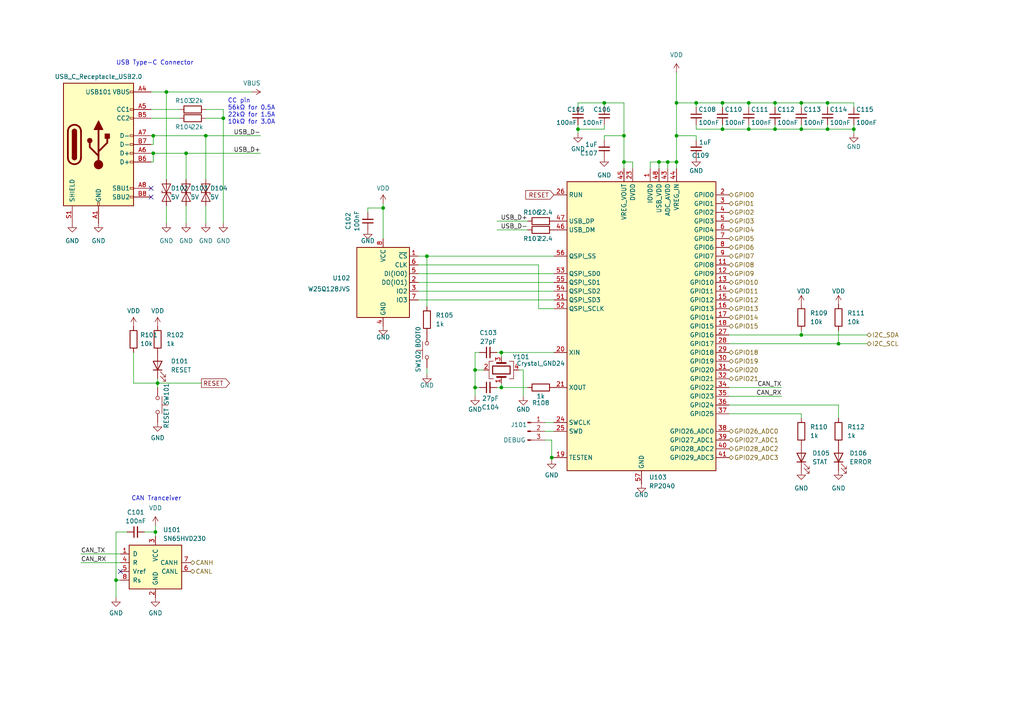
<source format=kicad_sch>
(kicad_sch (version 20231120) (generator "eeschema") (generator_version "8.0")
  (paper "A4")
  (lib_symbols
    (symbol "Connector:Conn_01x03_Pin" (pin_names (offset 1.016) hide)
      (property "Reference" "J" (at 0 5.08 0))
      (property "Value" "Conn_01x03_Pin" (at 0 -5.08 0))
      (symbol "Conn_01x03_Pin_1_1"
        (polyline (pts (xy 1.27 -2.54) (xy 0.8636 -2.54)) (stroke (width 0.1524)))
        (polyline (pts (xy 1.27 0) (xy 0.8636 0)) (stroke (width 0.1524)))
        (polyline (pts (xy 1.27 2.54) (xy 0.8636 2.54)) (stroke (width 0.1524)))
        (rectangle (start 0.8636 -2.413) (end 0 -2.667) (stroke (width 0.1524)) (fill (type outline)))
        (rectangle (start 0.8636 0.127) (end 0 -0.127) (stroke (width 0.1524)) (fill (type outline)))
        (rectangle (start 0.8636 2.667) (end 0 2.413) (stroke (width 0.1524)) (fill (type outline)))
        (pin passive line (at 5.08 2.54 180) (length 3.81) (name "Pin_1") (number "1"))
        (pin passive line (at 5.08 0 180) (length 3.81) (name "Pin_2") (number "2"))
        (pin passive line (at 5.08 -2.54 180) (length 3.81) (name "Pin_3") (number "3"))
      )
    )
    (symbol "Connector:USB_C_Receptacle_USB2.0" (pin_names (offset 1.016))
      (property "Reference" "J" (at -10.16 19.05 0))
      (property "Value" "USB_C_Receptacle_USB2.0" (at 19.05 19.05 0))
      (symbol "USB_C_Receptacle_USB2.0_0_0"
        (rectangle (start -0.254 -17.78) (end 0.254 -16.764))
        (rectangle (start 10.16 -14.986) (end 9.144 -15.494))
        (rectangle (start 10.16 -12.446) (end 9.144 -12.954))
        (rectangle (start 10.16 -4.826) (end 9.144 -5.334))
        (rectangle (start 10.16 -2.286) (end 9.144 -2.794))
        (rectangle (start 10.16 0.254) (end 9.144 -0.254))
        (rectangle (start 10.16 2.794) (end 9.144 2.286))
        (rectangle (start 10.16 7.874) (end 9.144 7.366))
        (rectangle (start 10.16 10.414) (end 9.144 9.906))
        (rectangle (start 10.16 15.494) (end 9.144 14.986))
      )
      (symbol "USB_C_Receptacle_USB2.0_0_1"
        (rectangle (start -10.16 17.78) (end 10.16 -17.78) (stroke (width 0.254)) (fill (type background)))
        (arc (start -8.89 -3.81) (mid -6.985 -5.7067) (end -5.08 -3.81) (stroke (width 0.508)))
        (arc (start -7.62 -3.81) (mid -6.985 -4.4423) (end -6.35 -3.81) (stroke (width 0.254)))
        (arc (start -7.62 -3.81) (mid -6.985 -4.4423) (end -6.35 -3.81) (stroke (width 0.254)) (fill (type outline)))
        (rectangle (start -7.62 -3.81) (end -6.35 3.81) (stroke (width 0.254)) (fill (type outline)))
        (arc (start -6.35 3.81) (mid -6.985 4.4423) (end -7.62 3.81) (stroke (width 0.254)))
        (arc (start -6.35 3.81) (mid -6.985 4.4423) (end -7.62 3.81) (stroke (width 0.254)) (fill (type outline)))
        (arc (start -5.08 3.81) (mid -6.985 5.7067) (end -8.89 3.81) (stroke (width 0.508)))
        (circle (center -2.54 1.143) (radius 0.635) (stroke (width 0.254)) (fill (type outline)))
        (circle (center 0 -5.842) (radius 1.27) (fill (type outline)))
        (polyline (pts (xy -8.89 -3.81) (xy -8.89 3.81)) (stroke (width 0.508)))
        (polyline (pts (xy -5.08 3.81) (xy -5.08 -3.81)) (stroke (width 0.508)))
        (polyline (pts (xy 0 -5.842) (xy 0 4.318)) (stroke (width 0.508)))
        (polyline (pts (xy 0 -3.302) (xy -2.54 -0.762) (xy -2.54 0.508)) (stroke (width 0.508)))
        (polyline (pts (xy 0 -2.032) (xy 2.54 0.508) (xy 2.54 1.778)) (stroke (width 0.508)))
        (polyline (pts (xy -1.27 4.318) (xy 0 6.858) (xy 1.27 4.318) (xy -1.27 4.318)) (stroke (width 0.254)) (fill (type outline)))
        (rectangle (start 1.905 1.778) (end 3.175 3.048) (stroke (width 0.254)) (fill (type outline)))
      )
      (symbol "USB_C_Receptacle_USB2.0_1_1"
        (pin passive line (at 0 -22.86 90) (length 5.08) (name "GND") (number "A1"))
        (pin passive line (at 0 -22.86 90) (length 5.08) hide (name "GND") (number "A12"))
        (pin passive line (at 15.24 15.24 180) (length 5.08) (name "VBUS") (number "A4"))
        (pin bidirectional line (at 15.24 10.16 180) (length 5.08) (name "CC1") (number "A5"))
        (pin bidirectional line (at 15.24 -2.54 180) (length 5.08) (name "D+") (number "A6"))
        (pin bidirectional line (at 15.24 2.54 180) (length 5.08) (name "D-") (number "A7"))
        (pin bidirectional line (at 15.24 -12.7 180) (length 5.08) (name "SBU1") (number "A8"))
        (pin passive line (at 15.24 15.24 180) (length 5.08) hide (name "VBUS") (number "A9"))
        (pin passive line (at 0 -22.86 90) (length 5.08) hide (name "GND") (number "B1"))
        (pin passive line (at 0 -22.86 90) (length 5.08) hide (name "GND") (number "B12"))
        (pin passive line (at 15.24 15.24 180) (length 5.08) hide (name "VBUS") (number "B4"))
        (pin bidirectional line (at 15.24 7.62 180) (length 5.08) (name "CC2") (number "B5"))
        (pin bidirectional line (at 15.24 -5.08 180) (length 5.08) (name "D+") (number "B6"))
        (pin bidirectional line (at 15.24 0 180) (length 5.08) (name "D-") (number "B7"))
        (pin bidirectional line (at 15.24 -15.24 180) (length 5.08) (name "SBU2") (number "B8"))
        (pin passive line (at 15.24 15.24 180) (length 5.08) hide (name "VBUS") (number "B9"))
        (pin passive line (at -7.62 -22.86 90) (length 5.08) (name "SHIELD") (number "S1"))
      )
    )
    (symbol "Device:C_Small" (pin_numbers hide) (pin_names (offset 0.254) hide)
      (property "Reference" "C" (at 0.254 1.778 0))
      (property "Value" "C_Small" (at 0.254 -2.032 0))
      (symbol "C_Small_0_1"
        (polyline (pts (xy -1.524 -0.508) (xy 1.524 -0.508)) (stroke (width 0.3302)))
        (polyline (pts (xy -1.524 0.508) (xy 1.524 0.508)) (stroke (width 0.3048)))
      )
      (symbol "C_Small_1_1"
        (pin passive line (at 0 2.54 270) (length 2.032) (name "~") (number "1"))
        (pin passive line (at 0 -2.54 90) (length 2.032) (name "~") (number "2"))
      )
    )
    (symbol "Device:Crystal_GND24" (pin_names (offset 1.016) hide)
      (property "Reference" "Y" (at 3.175 5.08 0))
      (property "Value" "Crystal_GND24" (at 3.175 3.175 0))
      (symbol "Crystal_GND24_0_1"
        (rectangle (start -1.143 2.54) (end 1.143 -2.54) (stroke (width 0.3048)))
        (polyline (pts (xy -2.54 0) (xy -2.032 0)))
        (polyline (pts (xy -2.032 -1.27) (xy -2.032 1.27)) (stroke (width 0.508)))
        (polyline (pts (xy 0 -3.81) (xy 0 -3.556)))
        (polyline (pts (xy 0 3.556) (xy 0 3.81)))
        (polyline (pts (xy 2.032 -1.27) (xy 2.032 1.27)) (stroke (width 0.508)))
        (polyline (pts (xy 2.032 0) (xy 2.54 0)))
        (polyline (pts (xy -2.54 -2.286) (xy -2.54 -3.556) (xy 2.54 -3.556) (xy 2.54 -2.286)))
        (polyline (pts (xy -2.54 2.286) (xy -2.54 3.556) (xy 2.54 3.556) (xy 2.54 2.286)))
      )
      (symbol "Crystal_GND24_1_1"
        (pin passive line (at -3.81 0 0) (length 1.27) (name "1") (number "1"))
        (pin passive line (at 0 5.08 270) (length 1.27) (name "2") (number "2"))
        (pin passive line (at 3.81 0 180) (length 1.27) (name "3") (number "3"))
        (pin passive line (at 0 -5.08 90) (length 1.27) (name "4") (number "4"))
      )
    )
    (symbol "Device:LED" (pin_numbers hide) (pin_names (offset 1.016) hide)
      (property "Reference" "D" (at 0 2.54 0))
      (property "Value" "LED" (at 0 -2.54 0))
      (symbol "LED_0_1"
        (polyline (pts (xy -1.27 -1.27) (xy -1.27 1.27)) (stroke (width 0.254)))
        (polyline (pts (xy -1.27 0) (xy 1.27 0)))
        (polyline (pts (xy 1.27 -1.27) (xy 1.27 1.27) (xy -1.27 0) (xy 1.27 -1.27)) (stroke (width 0.254)))
        (polyline (pts (xy -3.048 -0.762) (xy -4.572 -2.286) (xy -3.81 -2.286) (xy -4.572 -2.286) (xy -4.572 -1.524)))
        (polyline (pts (xy -1.778 -0.762) (xy -3.302 -2.286) (xy -2.54 -2.286) (xy -3.302 -2.286) (xy -3.302 -1.524)))
      )
      (symbol "LED_1_1"
        (pin passive line (at -3.81 0 0) (length 2.54) (name "K") (number "1"))
        (pin passive line (at 3.81 0 180) (length 2.54) (name "A") (number "2"))
      )
    )
    (symbol "Device:R" (pin_numbers hide) (pin_names (offset 0))
      (property "Reference" "R" (at 2.032 0 90))
      (property "Value" "R" (at 0 0 90))
      (symbol "R_0_1"
        (rectangle (start -1.016 -2.54) (end 1.016 2.54) (stroke (width 0.254)))
      )
      (symbol "R_1_1"
        (pin passive line (at 0 3.81 270) (length 1.27) (name "~") (number "1"))
        (pin passive line (at 0 -3.81 90) (length 1.27) (name "~") (number "2"))
      )
    )
    (symbol "Diode:ESD9B5.0ST5G" (pin_numbers hide) (pin_names (offset 1.016) hide)
      (property "Reference" "D" (at 0 2.54 0))
      (property "Value" "ESD9B5.0ST5G" (at 0 -2.54 0))
      (symbol "ESD9B5.0ST5G_0_1"
        (polyline (pts (xy 1.27 0) (xy -1.27 0)))
        (polyline (pts (xy -2.54 -1.27) (xy 0 0) (xy -2.54 1.27) (xy -2.54 -1.27)) (stroke (width 0.2032)))
        (polyline (pts (xy 0.508 1.27) (xy 0 1.27) (xy 0 -1.27) (xy -0.508 -1.27)) (stroke (width 0.2032)))
        (polyline (pts (xy 2.54 1.27) (xy 2.54 -1.27) (xy 0 0) (xy 2.54 1.27)) (stroke (width 0.2032)))
      )
      (symbol "ESD9B5.0ST5G_1_1"
        (pin passive line (at -3.81 0 0) (length 2.54) (name "A1") (number "1"))
        (pin passive line (at 3.81 0 180) (length 2.54) (name "A2") (number "2"))
      )
    )
    (symbol "Interface_CAN_LIN:SN65HVD230" (pin_names (offset 1.016))
      (property "Reference" "U" (at -2.54 10.16 0))
      (property "Value" "SN65HVD230" (at -2.54 7.62 0))
      (symbol "SN65HVD230_0_1"
        (rectangle (start -7.62 5.08) (end 7.62 -7.62) (stroke (width 0.254)) (fill (type background)))
      )
      (symbol "SN65HVD230_1_1"
        (pin input line (at -10.16 2.54 0) (length 2.54) (name "D") (number "1"))
        (pin power_in line (at 0 -10.16 90) (length 2.54) (name "GND") (number "2"))
        (pin power_in line (at 0 7.62 270) (length 2.54) (name "VCC") (number "3"))
        (pin output line (at -10.16 0 0) (length 2.54) (name "R") (number "4"))
        (pin output line (at -10.16 -2.54 0) (length 2.54) (name "Vref") (number "5"))
        (pin bidirectional line (at 10.16 -2.54 180) (length 2.54) (name "CANL") (number "6"))
        (pin bidirectional line (at 10.16 0 180) (length 2.54) (name "CANH") (number "7"))
        (pin input line (at -10.16 -5.08 0) (length 2.54) (name "Rs") (number "8"))
      )
    )
    (symbol "MCU_RaspberryPi:RP2040"
      (property "Reference" "U" (at 17.78 45.72 0))
      (property "Value" "RP2040" (at 17.78 43.18 0))
      (symbol "RP2040_0_1"
        (rectangle (start -21.59 41.91) (end 21.59 -41.91) (stroke (width 0.254)) (fill (type background)))
      )
      (symbol "RP2040_1_1"
        (pin power_in line (at 2.54 45.72 270) (length 3.81) (name "IOVDD") (number "1"))
        (pin passive line (at 2.54 45.72 270) (length 3.81) hide (name "IOVDD") (number "10"))
        (pin bidirectional line (at 25.4 17.78 180) (length 3.81) (name "GPIO8") (number "11"))
        (pin bidirectional line (at 25.4 15.24 180) (length 3.81) (name "GPIO9") (number "12"))
        (pin bidirectional line (at 25.4 12.7 180) (length 3.81) (name "GPIO10") (number "13"))
        (pin bidirectional line (at 25.4 10.16 180) (length 3.81) (name "GPIO11") (number "14"))
        (pin bidirectional line (at 25.4 7.62 180) (length 3.81) (name "GPIO12") (number "15"))
        (pin bidirectional line (at 25.4 5.08 180) (length 3.81) (name "GPIO13") (number "16"))
        (pin bidirectional line (at 25.4 2.54 180) (length 3.81) (name "GPIO14") (number "17"))
        (pin bidirectional line (at 25.4 0 180) (length 3.81) (name "GPIO15") (number "18"))
        (pin input line (at -25.4 -38.1 0) (length 3.81) (name "TESTEN") (number "19"))
        (pin bidirectional line (at 25.4 38.1 180) (length 3.81) (name "GPIO0") (number "2"))
        (pin input line (at -25.4 -7.62 0) (length 3.81) (name "XIN") (number "20"))
        (pin passive line (at -25.4 -17.78 0) (length 3.81) (name "XOUT") (number "21"))
        (pin passive line (at 2.54 45.72 270) (length 3.81) hide (name "IOVDD") (number "22"))
        (pin power_in line (at -2.54 45.72 270) (length 3.81) (name "DVDD") (number "23"))
        (pin input line (at -25.4 -27.94 0) (length 3.81) (name "SWCLK") (number "24"))
        (pin bidirectional line (at -25.4 -30.48 0) (length 3.81) (name "SWD") (number "25"))
        (pin input line (at -25.4 38.1 0) (length 3.81) (name "RUN") (number "26"))
        (pin bidirectional line (at 25.4 -2.54 180) (length 3.81) (name "GPIO16") (number "27"))
        (pin bidirectional line (at 25.4 -5.08 180) (length 3.81) (name "GPIO17") (number "28"))
        (pin bidirectional line (at 25.4 -7.62 180) (length 3.81) (name "GPIO18") (number "29"))
        (pin bidirectional line (at 25.4 35.56 180) (length 3.81) (name "GPIO1") (number "3"))
        (pin bidirectional line (at 25.4 -10.16 180) (length 3.81) (name "GPIO19") (number "30"))
        (pin bidirectional line (at 25.4 -12.7 180) (length 3.81) (name "GPIO20") (number "31"))
        (pin bidirectional line (at 25.4 -15.24 180) (length 3.81) (name "GPIO21") (number "32"))
        (pin passive line (at 2.54 45.72 270) (length 3.81) hide (name "IOVDD") (number "33"))
        (pin bidirectional line (at 25.4 -17.78 180) (length 3.81) (name "GPIO22") (number "34"))
        (pin bidirectional line (at 25.4 -20.32 180) (length 3.81) (name "GPIO23") (number "35"))
        (pin bidirectional line (at 25.4 -22.86 180) (length 3.81) (name "GPIO24") (number "36"))
        (pin bidirectional line (at 25.4 -25.4 180) (length 3.81) (name "GPIO25") (number "37"))
        (pin bidirectional line (at 25.4 -30.48 180) (length 3.81) (name "GPIO26_ADC0") (number "38"))
        (pin bidirectional line (at 25.4 -33.02 180) (length 3.81) (name "GPIO27_ADC1") (number "39"))
        (pin bidirectional line (at 25.4 33.02 180) (length 3.81) (name "GPIO2") (number "4"))
        (pin bidirectional line (at 25.4 -35.56 180) (length 3.81) (name "GPIO28_ADC2") (number "40"))
        (pin bidirectional line (at 25.4 -38.1 180) (length 3.81) (name "GPIO29_ADC3") (number "41"))
        (pin passive line (at 2.54 45.72 270) (length 3.81) hide (name "IOVDD") (number "42"))
        (pin power_in line (at 7.62 45.72 270) (length 3.81) (name "ADC_AVDD") (number "43"))
        (pin power_in line (at 10.16 45.72 270) (length 3.81) (name "VREG_IN") (number "44"))
        (pin power_out line (at -5.08 45.72 270) (length 3.81) (name "VREG_VOUT") (number "45"))
        (pin bidirectional line (at -25.4 27.94 0) (length 3.81) (name "USB_DM") (number "46"))
        (pin bidirectional line (at -25.4 30.48 0) (length 3.81) (name "USB_DP") (number "47"))
        (pin power_in line (at 5.08 45.72 270) (length 3.81) (name "USB_VDD") (number "48"))
        (pin passive line (at 2.54 45.72 270) (length 3.81) hide (name "IOVDD") (number "49"))
        (pin bidirectional line (at 25.4 30.48 180) (length 3.81) (name "GPIO3") (number "5"))
        (pin passive line (at -2.54 45.72 270) (length 3.81) hide (name "DVDD") (number "50"))
        (pin bidirectional line (at -25.4 7.62 0) (length 3.81) (name "QSPI_SD3") (number "51"))
        (pin output line (at -25.4 5.08 0) (length 3.81) (name "QSPI_SCLK") (number "52"))
        (pin bidirectional line (at -25.4 15.24 0) (length 3.81) (name "QSPI_SD0") (number "53"))
        (pin bidirectional line (at -25.4 10.16 0) (length 3.81) (name "QSPI_SD2") (number "54"))
        (pin bidirectional line (at -25.4 12.7 0) (length 3.81) (name "QSPI_SD1") (number "55"))
        (pin bidirectional line (at -25.4 20.32 0) (length 3.81) (name "QSPI_SS") (number "56"))
        (pin power_in line (at 0 -45.72 90) (length 3.81) (name "GND") (number "57"))
        (pin bidirectional line (at 25.4 27.94 180) (length 3.81) (name "GPIO4") (number "6"))
        (pin bidirectional line (at 25.4 25.4 180) (length 3.81) (name "GPIO5") (number "7"))
        (pin bidirectional line (at 25.4 22.86 180) (length 3.81) (name "GPIO6") (number "8"))
        (pin bidirectional line (at 25.4 20.32 180) (length 3.81) (name "GPIO7") (number "9"))
      )
    )
    (symbol "Memory_Flash:W25Q128JVS"
      (property "Reference" "U" (at -8.89 8.89 0))
      (property "Value" "W25Q128JVS" (at 7.62 8.89 0))
      (symbol "W25Q128JVS_0_1"
        (rectangle (start -7.62 10.16) (end 7.62 -10.16) (stroke (width 0.254)) (fill (type background)))
      )
      (symbol "W25Q128JVS_1_1"
        (pin input line (at -10.16 7.62 0) (length 2.54) (name "~{CS}") (number "1"))
        (pin bidirectional line (at -10.16 0 0) (length 2.54) (name "DO(IO1)") (number "2"))
        (pin bidirectional line (at -10.16 -2.54 0) (length 2.54) (name "IO2") (number "3"))
        (pin power_in line (at 0 -12.7 90) (length 2.54) (name "GND") (number "4"))
        (pin bidirectional line (at -10.16 2.54 0) (length 2.54) (name "DI(IO0)") (number "5"))
        (pin input line (at -10.16 5.08 0) (length 2.54) (name "CLK") (number "6"))
        (pin bidirectional line (at -10.16 -5.08 0) (length 2.54) (name "IO3") (number "7"))
        (pin power_in line (at 0 12.7 270) (length 2.54) (name "VCC") (number "8"))
      )
    )
    (symbol "Switch:SW_Push" (pin_numbers hide) (pin_names (offset 1.016) hide)
      (property "Reference" "SW" (at 1.27 2.54 0))
      (property "Value" "SW_Push" (at 0 -1.524 0))
      (symbol "SW_Push_0_1"
        (circle (center -2.032 0) (radius 0.508))
        (polyline (pts (xy 0 1.27) (xy 0 3.048)))
        (polyline (pts (xy 2.54 1.27) (xy -2.54 1.27)))
        (circle (center 2.032 0) (radius 0.508))
        (pin passive line (at -5.08 0 0) (length 2.54) (name "1") (number "1"))
        (pin passive line (at 5.08 0 180) (length 2.54) (name "2") (number "2"))
      )
    )
    (symbol "power:GND" (power) (pin_names (offset 0))
      (property "Value" "GND" (at 0 -3.81 0))
      (symbol "GND_0_1"
        (polyline (pts (xy 0 0) (xy 0 -1.27) (xy 1.27 -1.27) (xy 0 -2.54) (xy -1.27 -1.27) (xy 0 -1.27)))
      )
      (symbol "GND_1_1"
        (pin power_in line (at 0 0 270) (length 0) hide (name "GND") (number "1"))
      )
    )
    (symbol "power:VBUS" (power) (pin_names (offset 0))
      (property "Value" "VBUS" (at 0 3.81 0))
      (symbol "VBUS_0_1"
        (polyline (pts (xy -0.762 1.27) (xy 0 2.54)))
        (polyline (pts (xy 0 0) (xy 0 2.54)))
        (polyline (pts (xy 0 2.54) (xy 0.762 1.27)))
      )
      (symbol "VBUS_1_1"
        (pin power_in line (at 0 0 90) (length 0) hide (name "VBUS") (number "1"))
      )
    )
    (symbol "power:VDD" (power) (pin_names (offset 0))
      (property "Value" "VDD" (at 0 3.81 0))
      (symbol "VDD_0_1"
        (polyline (pts (xy -0.762 1.27) (xy 0 2.54)))
        (polyline (pts (xy 0 0) (xy 0 2.54)))
        (polyline (pts (xy 0 2.54) (xy 0.762 1.27)))
      )
      (symbol "VDD_1_1"
        (pin power_in line (at 0 0 90) (length 0) hide (name "VDD") (number "1"))
      )
    )
  )
  (junction (at 160.02 132.715))
  (junction (at 240.03 29.845))
  (junction (at 224.79 29.845))
  (junction (at 240.03 37.465))
  (junction (at 167.64 37.465))
  (junction (at 247.65 37.465))
  (junction (at 191.135 46.99))
  (junction (at 111.125 60.325))
  (junction (at 137.795 107.315))
  (junction (at 196.215 29.845))
  (junction (at 145.415 112.395))
  (junction (at 45.085 154.305))
  (junction (at 45.72 111.125))
  (junction (at 59.69 39.37))
  (junction (at 232.41 29.845))
  (junction (at 196.215 46.99))
  (junction (at 243.205 99.695))
  (junction (at 44.45 44.45))
  (junction (at 201.93 29.845))
  (junction (at 145.415 102.235))
  (junction (at 180.975 46.99))
  (junction (at 193.675 46.99))
  (junction (at 53.975 44.45))
  (junction (at 224.79 37.465))
  (junction (at 209.55 29.845))
  (junction (at 175.26 29.845))
  (junction (at 232.41 37.465))
  (junction (at 196.215 39.37))
  (junction (at 180.975 39.37))
  (junction (at 209.55 37.465))
  (junction (at 44.45 39.37))
  (junction (at 217.17 29.845))
  (junction (at 48.26 26.67))
  (junction (at 123.825 74.295))
  (junction (at 64.77 34.29))
  (junction (at 232.41 97.155))
  (junction (at 33.655 168.275))
  (junction (at 217.17 37.465))
  (junction (at 137.795 112.395))
  (no_connect (at 34.925 165.735))
  (no_connect (at 43.815 57.15))
  (no_connect (at 43.815 54.61))
  (wire (pts (xy 196.215 29.845) (xy 201.93 29.845)))
  (wire (pts (xy 44.45 39.37) (xy 59.69 39.37)))
  (wire (pts (xy 191.135 46.99) (xy 191.135 48.895)))
  (wire (pts (xy 232.41 29.845) (xy 240.03 29.845)))
  (wire (pts (xy 23.495 163.195) (xy 34.925 163.195)))
  (wire (pts (xy 53.975 64.77) (xy 53.975 59.69)))
  (wire (pts (xy 106.68 61.595) (xy 106.68 60.325)))
  (wire (pts (xy 43.815 39.37) (xy 44.45 39.37)))
  (wire (pts (xy 240.03 29.845) (xy 247.65 29.845)))
  (wire (pts (xy 23.495 160.655) (xy 34.925 160.655)))
  (wire (pts (xy 232.41 37.465) (xy 224.79 37.465)))
  (wire (pts (xy 45.72 112.395) (xy 45.72 111.125)))
  (wire (pts (xy 158.115 125.095) (xy 160.655 125.095)))
  (wire (pts (xy 33.655 168.275) (xy 34.925 168.275)))
  (wire (pts (xy 144.145 102.235) (xy 145.415 102.235)))
  (wire (pts (xy 53.975 44.45) (xy 53.975 52.07)))
  (wire (pts (xy 167.64 29.845) (xy 175.26 29.845)))
  (wire (pts (xy 121.285 79.375) (xy 160.655 79.375)))
  (wire (pts (xy 43.815 46.99) (xy 44.45 46.99)))
  (wire (pts (xy 145.415 102.235) (xy 160.655 102.235)))
  (wire (pts (xy 59.69 64.77) (xy 59.69 59.69)))
  (wire (pts (xy 232.41 97.155) (xy 211.455 97.155)))
  (wire (pts (xy 139.065 102.235) (xy 137.795 102.235)))
  (wire (pts (xy 121.285 84.455) (xy 160.655 84.455)))
  (wire (pts (xy 211.455 117.475) (xy 243.205 117.475)))
  (wire (pts (xy 41.91 154.305) (xy 45.085 154.305)))
  (wire (pts (xy 193.675 46.99) (xy 193.675 48.895)))
  (wire (pts (xy 191.135 46.99) (xy 193.675 46.99)))
  (wire (pts (xy 48.26 26.67) (xy 43.815 26.67)))
  (wire (pts (xy 247.65 37.465) (xy 247.65 38.735)))
  (wire (pts (xy 44.45 41.91) (xy 44.45 39.37)))
  (wire (pts (xy 193.675 46.99) (xy 196.215 46.99)))
  (wire (pts (xy 59.69 31.75) (xy 64.77 31.75)))
  (wire (pts (xy 183.515 46.99) (xy 180.975 46.99)))
  (wire (pts (xy 217.17 29.845) (xy 217.17 31.115)))
  (wire (pts (xy 175.26 40.64) (xy 175.26 39.37)))
  (wire (pts (xy 196.215 39.37) (xy 201.93 39.37)))
  (wire (pts (xy 175.26 29.845) (xy 175.26 31.115)))
  (wire (pts (xy 75.565 44.45) (xy 53.975 44.45)))
  (wire (pts (xy 153.035 64.135) (xy 144.145 64.135)))
  (wire (pts (xy 196.215 29.845) (xy 196.215 39.37)))
  (wire (pts (xy 217.17 37.465) (xy 217.17 36.195)))
  (wire (pts (xy 188.595 48.895) (xy 188.595 46.99)))
  (wire (pts (xy 167.64 36.195) (xy 167.64 37.465)))
  (wire (pts (xy 44.45 46.99) (xy 44.45 44.45)))
  (wire (pts (xy 201.93 39.37) (xy 201.93 40.64)))
  (wire (pts (xy 52.07 31.75) (xy 43.815 31.75)))
  (wire (pts (xy 43.815 41.91) (xy 44.45 41.91)))
  (wire (pts (xy 137.795 112.395) (xy 139.065 112.395)))
  (wire (pts (xy 151.765 107.315) (xy 151.765 114.935)))
  (wire (pts (xy 64.77 31.75) (xy 64.77 34.29)))
  (wire (pts (xy 160.02 133.35) (xy 160.02 132.715)))
  (wire (pts (xy 33.655 168.275) (xy 33.655 154.305)))
  (wire (pts (xy 217.17 37.465) (xy 209.55 37.465)))
  (wire (pts (xy 73.025 26.67) (xy 48.26 26.67)))
  (wire (pts (xy 121.285 74.295) (xy 123.825 74.295)))
  (wire (pts (xy 150.495 107.315) (xy 151.765 107.315)))
  (wire (pts (xy 167.64 37.465) (xy 167.64 38.735)))
  (wire (pts (xy 247.65 29.845) (xy 247.65 31.115)))
  (wire (pts (xy 209.55 37.465) (xy 201.93 37.465)))
  (wire (pts (xy 144.145 112.395) (xy 145.415 112.395)))
  (wire (pts (xy 180.975 39.37) (xy 180.975 46.99)))
  (wire (pts (xy 111.125 59.055) (xy 111.125 60.325)))
  (wire (pts (xy 211.455 120.015) (xy 232.41 120.015)))
  (wire (pts (xy 38.735 111.125) (xy 45.72 111.125)))
  (wire (pts (xy 45.085 154.305) (xy 45.085 155.575)))
  (wire (pts (xy 232.41 95.885) (xy 232.41 97.155)))
  (wire (pts (xy 196.215 46.99) (xy 196.215 48.895)))
  (wire (pts (xy 123.825 74.295) (xy 160.655 74.295)))
  (wire (pts (xy 211.455 112.395) (xy 226.695 112.395)))
  (wire (pts (xy 123.825 74.295) (xy 123.825 88.9)))
  (wire (pts (xy 196.215 46.99) (xy 196.215 39.37)))
  (wire (pts (xy 167.64 31.115) (xy 167.64 29.845)))
  (wire (pts (xy 137.795 112.395) (xy 137.795 114.935)))
  (wire (pts (xy 123.825 108.585) (xy 123.825 106.68)))
  (wire (pts (xy 38.735 102.235) (xy 38.735 111.125)))
  (wire (pts (xy 58.42 111.125) (xy 45.72 111.125)))
  (wire (pts (xy 59.69 34.29) (xy 64.77 34.29)))
  (wire (pts (xy 247.65 37.465) (xy 240.03 37.465)))
  (wire (pts (xy 217.17 29.845) (xy 224.79 29.845)))
  (wire (pts (xy 45.085 152.4) (xy 45.085 154.305)))
  (wire (pts (xy 153.035 112.395) (xy 145.415 112.395)))
  (wire (pts (xy 240.03 37.465) (xy 240.03 36.195)))
  (wire (pts (xy 137.795 107.315) (xy 140.335 107.315)))
  (wire (pts (xy 226.695 114.935) (xy 211.455 114.935)))
  (wire (pts (xy 106.68 60.325) (xy 111.125 60.325)))
  (wire (pts (xy 153.035 66.675) (xy 144.145 66.675)))
  (wire (pts (xy 45.72 109.855) (xy 45.72 111.125)))
  (wire (pts (xy 232.41 121.285) (xy 232.41 120.015)))
  (wire (pts (xy 145.415 111.125) (xy 145.415 112.395)))
  (wire (pts (xy 180.975 29.845) (xy 180.975 39.37)))
  (wire (pts (xy 167.64 37.465) (xy 175.26 37.465)))
  (wire (pts (xy 251.46 99.695) (xy 243.205 99.695)))
  (wire (pts (xy 209.55 37.465) (xy 209.55 36.195)))
  (wire (pts (xy 175.26 29.845) (xy 180.975 29.845)))
  (wire (pts (xy 224.79 29.845) (xy 224.79 31.115)))
  (wire (pts (xy 158.115 122.555) (xy 160.655 122.555)))
  (wire (pts (xy 59.69 39.37) (xy 75.565 39.37)))
  (wire (pts (xy 209.55 29.845) (xy 217.17 29.845)))
  (wire (pts (xy 196.2 29.845) (xy 196.215 29.845)))
  (wire (pts (xy 175.26 37.465) (xy 175.26 36.195)))
  (wire (pts (xy 156.21 89.535) (xy 156.21 76.835)))
  (wire (pts (xy 48.26 64.77) (xy 48.26 59.69)))
  (wire (pts (xy 232.41 29.845) (xy 232.41 31.115)))
  (wire (pts (xy 59.69 39.37) (xy 59.69 52.07)))
  (wire (pts (xy 145.415 103.505) (xy 145.415 102.235)))
  (wire (pts (xy 180.975 46.99) (xy 180.975 48.895)))
  (wire (pts (xy 175.26 39.37) (xy 180.975 39.37)))
  (wire (pts (xy 121.285 86.995) (xy 160.655 86.995)))
  (wire (pts (xy 53.975 44.45) (xy 44.45 44.45)))
  (wire (pts (xy 209.55 29.845) (xy 209.55 31.115)))
  (wire (pts (xy 156.21 76.835) (xy 121.285 76.835)))
  (wire (pts (xy 247.65 36.195) (xy 247.65 37.465)))
  (wire (pts (xy 183.515 48.895) (xy 183.515 46.99)))
  (wire (pts (xy 137.795 102.235) (xy 137.795 107.315)))
  (wire (pts (xy 160.02 132.715) (xy 160.655 132.715)))
  (wire (pts (xy 251.46 97.155) (xy 232.41 97.155)))
  (wire (pts (xy 33.655 173.355) (xy 33.655 168.275)))
  (wire (pts (xy 240.03 29.845) (xy 240.03 31.115)))
  (wire (pts (xy 158.115 127.635) (xy 160.02 127.635)))
  (wire (pts (xy 111.125 60.325) (xy 111.125 69.215)))
  (wire (pts (xy 224.79 29.845) (xy 232.41 29.845)))
  (wire (pts (xy 243.205 95.885) (xy 243.205 99.695)))
  (wire (pts (xy 64.77 34.29) (xy 64.77 64.77)))
  (wire (pts (xy 160.655 89.535) (xy 156.21 89.535)))
  (wire (pts (xy 121.285 81.915) (xy 160.655 81.915)))
  (wire (pts (xy 201.93 29.845) (xy 209.55 29.845)))
  (wire (pts (xy 33.655 154.305) (xy 36.83 154.305)))
  (wire (pts (xy 196.2 21) (xy 196.2 29.845)))
  (wire (pts (xy 224.79 37.465) (xy 224.79 36.195)))
  (wire (pts (xy 137.795 107.315) (xy 137.795 112.395)))
  (wire (pts (xy 201.93 37.465) (xy 201.93 36.195)))
  (wire (pts (xy 48.26 26.67) (xy 48.26 52.07)))
  (wire (pts (xy 211.455 99.695) (xy 243.205 99.695)))
  (wire (pts (xy 160.02 127.635) (xy 160.02 132.715)))
  (wire (pts (xy 240.03 37.465) (xy 232.41 37.465)))
  (wire (pts (xy 232.41 37.465) (xy 232.41 36.195)))
  (wire (pts (xy 44.45 44.45) (xy 43.815 44.45)))
  (wire (pts (xy 188.595 46.99) (xy 191.135 46.99)))
  (wire (pts (xy 52.07 34.29) (xy 43.815 34.29)))
  (wire (pts (xy 224.79 37.465) (xy 217.17 37.465)))
  (wire (pts (xy 201.93 29.845) (xy 201.93 31.115)))
  (wire (pts (xy 243.205 117.475) (xy 243.205 121.285)))
  (text "CAN Tranceiver" (at 38.1 145.415 0) (effects (font (size 1.27 1.27)) (justify left bottom)))
  (text "USB Type-C Connector" (at 33.655 19.05 0) (effects (font (size 1.27 1.27)) (justify left bottom)))
  (text "CC pin\n56kΩ for 0.5A\n22kΩ for 1.5A\n10kΩ for 3.0A" (at 66.04 36.195 0) (effects (font (size 1.27 1.27)) (justify left bottom)))
  (label "USB_D-" (at 153.035 66.675 180))
  (label "CAN_RX" (at 226.695 114.935 180))
  (label "CAN_TX" (at 226.695 112.395 180))
  (label "CAN_RX" (at 23.495 163.195 0))
  (label "USB_D+" (at 153.035 64.135 180))
  (label "USB_D+" (at 75.565 44.45 180))
  (label "CAN_TX" (at 23.495 160.655 0))
  (label "USB_D-" (at 75.565 39.37 180))
  (global_label "RESET" (shape input) (at 160.655 56.515 180) (property "Intersheetrefs" "${INTERSHEET_REFS}" (effects (hide yes))))
  (global_label "RESET" (shape output) (at 58.42 111.125 0) (property "Intersheetrefs" "${INTERSHEET_REFS}" (effects (hide yes))))
  (hierarchical_label "GPIO1" (shape bidirectional) (at 211.455 59.055 0))
  (hierarchical_label "GPIO12" (shape bidirectional) (at 211.455 86.995 0))
  (hierarchical_label "GPIO20" (shape bidirectional) (at 211.455 107.315 0))
  (hierarchical_label "GPIO4" (shape bidirectional) (at 211.455 66.675 0))
  (hierarchical_label "GPIO28_ADC2" (shape bidirectional) (at 211.455 130.175 0))
  (hierarchical_label "GPIO14" (shape bidirectional) (at 211.455 92.075 0))
  (hierarchical_label "GPIO21" (shape bidirectional) (at 211.455 109.855 0))
  (hierarchical_label "GPIO0" (shape bidirectional) (at 211.455 56.515 0))
  (hierarchical_label "GPIO3" (shape bidirectional) (at 211.455 64.135 0))
  (hierarchical_label "GPIO11" (shape bidirectional) (at 211.455 84.455 0))
  (hierarchical_label "GPIO2" (shape bidirectional) (at 211.455 61.595 0))
  (hierarchical_label "GPIO27_ADC1" (shape bidirectional) (at 211.455 127.635 0))
  (hierarchical_label "CANL" (shape bidirectional) (at 55.245 165.735 0))
  (hierarchical_label "GPIO19" (shape bidirectional) (at 211.455 104.775 0))
  (hierarchical_label "CANH" (shape bidirectional) (at 55.245 163.195 0))
  (hierarchical_label "GPIO7" (shape bidirectional) (at 211.455 74.295 0))
  (hierarchical_label "GPIO8" (shape bidirectional) (at 211.455 76.835 0))
  (hierarchical_label "GPIO10" (shape bidirectional) (at 211.455 81.915 0))
  (hierarchical_label "GPIO29_ADC3" (shape bidirectional) (at 211.455 132.715 0))
  (hierarchical_label "GPIO5" (shape bidirectional) (at 211.455 69.215 0))
  (hierarchical_label "GPIO15" (shape bidirectional) (at 211.455 94.615 0))
  (hierarchical_label "I2C_SDA" (shape bidirectional) (at 251.46 97.155 0))
  (hierarchical_label "GPIO9" (shape bidirectional) (at 211.455 79.375 0))
  (hierarchical_label "GPIO6" (shape bidirectional) (at 211.455 71.755 0))
  (hierarchical_label "GPIO18" (shape bidirectional) (at 211.455 102.235 0))
  (hierarchical_label "GPIO13" (shape bidirectional) (at 211.455 89.535 0))
  (hierarchical_label "GPIO26_ADC0" (shape bidirectional) (at 211.455 125.095 0))
  (hierarchical_label "I2C_SCL" (shape bidirectional) (at 251.46 99.695 0))
  (symbol (lib_id "power:GND") (at 175.26 45.72 0) (unit 1)
    (property "Reference" "#PWR0122" (effects (hide yes)))
    (property "Value" "GND" (at 175.26 50.8 0))
  )
  (symbol (lib_id "Device:R") (at 156.845 66.675 90) (unit 1)
    (property "Reference" "R107" (at 154.305 69.215 90))
    (property "Value" "22.4" (at 158.115 69.215 90))
    (property "Footprint" "Resistor_SMD:R_0402_1005Metric" (effects (hide yes)))
    (property "LCSC" " C25092" (effects (hide yes)))
  )
  (symbol (lib_id "power:GND") (at 53.975 64.77 0) (unit 1)
    (property "Reference" "#PWR0110" (effects (hide yes)))
    (property "Value" "GND" (at 53.975 69.85 0))
  )
  (symbol (lib_id "Device:R") (at 55.88 34.29 90) (unit 1)
    (property "Reference" "R104" (at 53.34 36.83 90))
    (property "Value" "22k" (at 57.15 36.83 90))
    (property "Footprint" "Resistor_SMD:R_0402_1005Metric" (effects (hide yes)))
    (property "LCSC" " C25768" (effects (hide yes)))
  )
  (symbol (lib_id "power:GND") (at 160.02 133.35 0) (unit 1)
    (property "Reference" "#PWR0120" (effects (hide yes)))
    (property "Value" "GND" (at 160.02 137.795 0))
  )
  (symbol (lib_id "Device:R") (at 156.845 112.395 90) (unit 1)
    (property "Reference" "R108" (at 156.845 116.84 90))
    (property "Value" "1k" (at 156.845 114.935 90))
    (property "Footprint" "Resistor_SMD:R_0402_1005Metric" (effects (hide yes)))
    (property "LCSC" " C11702" (effects (hide yes)))
  )
  (symbol (lib_id "power:GND") (at 59.69 64.77 0) (unit 1)
    (property "Reference" "#PWR0111" (effects (hide yes)))
    (property "Value" "GND" (at 59.69 69.85 0))
  )
  (symbol (lib_id "power:GND") (at 247.65 38.735 0) (unit 1)
    (property "Reference" "#PWR0130" (effects (hide yes)))
    (property "Value" "GND" (at 247.65 42.545 0))
  )
  (symbol (lib_id "Device:R") (at 38.735 98.425 0) (unit 1)
    (property "Reference" "R101" (at 40.64 97.155 0) (effects (justify left)))
    (property "Value" "10k" (at 40.64 99.695 0) (effects (justify left)))
    (property "Footprint" "Resistor_SMD:R_0402_1005Metric" (effects (hide yes)))
    (property "LCSC" "C25744" (effects (hide yes)))
  )
  (symbol (lib_id "power:VDD") (at 243.205 88.265 0) (unit 1)
    (property "Reference" "#PWR0128" (effects (hide yes)))
    (property "Value" "VDD" (at 243.205 84.455 0))
  )
  (symbol (lib_id "Device:C_Small") (at 201.93 43.18 180) (unit 1)
    (property "Reference" "C109" (at 205.74 45.085 0) (effects (justify left)))
    (property "Value" "1uF" (at 206.375 41.275 0) (effects (justify left)))
    (property "Footprint" "Capacitor_SMD:C_0402_1005Metric" (effects (hide yes)))
    (property "LCSC" " C52923" (effects (hide yes)))
  )
  (symbol (lib_id "MCU_RaspberryPi:RP2040") (at 186.055 94.615 0) (unit 1)
    (property "Reference" "U103" (at 188.2491 138.43 0) (effects (justify left)))
    (property "Value" "RP2040" (at 188.2491 140.97 0) (effects (justify left)))
    (property "Footprint" "Package_DFN_QFN:QFN-56-1EP_7x7mm_P0.4mm_EP3.2x3.2mm" (effects (hide yes)))
    (property "Datasheet" "https://datasheets.raspberrypi.com/rp2040/rp2040-datasheet.pdf" (effects (hide yes)))
    (property "LCSC" " C2040" (effects (hide yes)))
  )
  (symbol (lib_id "Device:C_Small") (at 217.17 33.655 0) (unit 1)
    (property "Reference" "C111" (at 217.805 31.75 0) (effects (justify left)))
    (property "Value" "100nF" (at 217.805 35.56 0) (effects (justify left)))
    (property "Footprint" "Capacitor_SMD:C_0402_1005Metric" (effects (hide yes)))
    (property "LCSC" " C1525 " (effects (hide yes)))
  )
  (symbol (lib_id "Device:LED") (at 45.72 106.045 90) (unit 1)
    (property "Reference" "D101" (at 49.53 104.775 90) (effects (justify right)))
    (property "Value" "RESET" (at 49.53 107.315 90) (effects (justify right)))
    (property "Footprint" "LED_SMD:LED_0805_2012Metric" (effects (hide yes)))
    (property "LCSC" "C2296" (effects (hide yes)))
  )
  (symbol (lib_id "Device:C_Small") (at 240.03 33.655 0) (unit 1)
    (property "Reference" "C114" (at 240.665 31.75 0) (effects (justify left)))
    (property "Value" "100nF" (at 240.665 35.56 0) (effects (justify left)))
    (property "Footprint" "Capacitor_SMD:C_0402_1005Metric" (effects (hide yes)))
    (property "LCSC" " C1525 " (effects (hide yes)))
  )
  (symbol (lib_id "Device:C_Small") (at 39.37 154.305 90) (unit 1)
    (property "Reference" "C101" (at 39.37 148.59 90))
    (property "Value" "100nF" (at 39.37 151.13 90))
    (property "Footprint" "Capacitor_SMD:C_0402_1005Metric" (effects (hide yes)))
    (property "LCSC" " C1525 " (effects (hide yes)))
  )
  (symbol (lib_id "Device:C_Small") (at 232.41 33.655 0) (unit 1)
    (property "Reference" "C113" (at 233.045 31.75 0) (effects (justify left)))
    (property "Value" "100nF" (at 233.045 35.56 0) (effects (justify left)))
    (property "Footprint" "Capacitor_SMD:C_0402_1005Metric" (effects (hide yes)))
    (property "LCSC" " C1525 " (effects (hide yes)))
  )
  (symbol (lib_id "Device:C_Small") (at 141.605 112.395 90) (unit 1)
    (property "Reference" "C104" (at 142.24 118.11 90))
    (property "Value" "27pF" (at 142.24 115.57 90))
    (property "Footprint" "Capacitor_SMD:C_0402_1005Metric" (effects (hide yes)))
    (property "LCSC" " C346183" (effects (hide yes)))
  )
  (symbol (lib_id "power:GND") (at 232.41 136.525 0) (unit 1)
    (property "Reference" "#PWR0127" (effects (hide yes)))
    (property "Value" "GND" (at 232.41 141.605 0))
  )
  (symbol (lib_id "Device:C_Small") (at 247.65 33.655 0) (unit 1)
    (property "Reference" "C115" (at 248.285 31.75 0) (effects (justify left)))
    (property "Value" "100nF" (at 248.285 35.56 0) (effects (justify left)))
    (property "Footprint" "Capacitor_SMD:C_0402_1005Metric" (effects (hide yes)))
    (property "LCSC" " C1525 " (effects (hide yes)))
  )
  (symbol (lib_id "power:GND") (at 33.655 173.355 0) (unit 1)
    (property "Reference" "#PWR0103" (effects (hide yes)))
    (property "Value" "GND" (at 33.655 177.8 0))
  )
  (symbol (lib_id "power:GND") (at 64.77 64.77 0) (unit 1)
    (property "Reference" "#PWR0112" (effects (hide yes)))
    (property "Value" "GND" (at 64.77 69.85 0))
  )
  (symbol (lib_id "Switch:SW_Push") (at 45.72 117.475 270) (unit 1)
    (property "Reference" "SW101" (at 48.26 114.3 0))
    (property "Value" "RESET" (at 48.26 121.285 0))
    (property "Footprint" "WOBCLibrary:TVAF06-A020B-R" (effects (hide yes)))
  )
  (symbol (lib_id "power:GND") (at 186.055 140.335 0) (unit 1)
    (property "Reference" "#PWR0123" (effects (hide yes)))
    (property "Value" "GND" (at 186.055 143.51 0))
  )
  (symbol (lib_id "Diode:ESD9B5.0ST5G") (at 48.26 55.88 90) (unit 1)
    (property "Reference" "D102" (at 49.53 54.61 90) (effects (justify right)))
    (property "Value" "5V" (at 49.53 57.15 90) (effects (justify right)))
    (property "Footprint" "Diode_SMD:D_SOD-882" (effects (hide yes)))
    (property "Datasheet" "https://www.onsemi.com/pub/Collateral/ESD9B-D.PDF" (effects (hide yes)))
    (property "LCSC" "C7420372" (effects (hide yes)))
  )
  (symbol (lib_id "power:VDD") (at 232.41 88.265 0) (unit 1)
    (property "Reference" "#PWR0126" (effects (hide yes)))
    (property "Value" "VDD" (at 233.045 84.455 0))
  )
  (symbol (lib_id "Device:LED") (at 243.205 132.715 90) (unit 1)
    (property "Reference" "D106" (at 246.38 131.445 90) (effects (justify right)))
    (property "Value" "ERROR" (at 246.38 133.985 90) (effects (justify right)))
    (property "Footprint" "LED_SMD:LED_0805_2012Metric" (effects (hide yes)))
    (property "LCSC" " C84256" (effects (hide yes)))
  )
  (symbol (lib_id "Device:C_Small") (at 167.64 33.655 0) (unit 1)
    (property "Reference" "C105" (at 164.465 31.75 0) (effects (justify left)))
    (property "Value" "100nF" (at 161.29 35.56 0) (effects (justify left)))
    (property "Footprint" "Capacitor_SMD:C_0402_1005Metric" (effects (hide yes)))
    (property "LCSC" " C1525 " (effects (hide yes)))
  )
  (symbol (lib_id "Diode:ESD9B5.0ST5G") (at 59.69 55.88 90) (unit 1)
    (property "Reference" "D104" (at 60.96 54.61 90) (effects (justify right)))
    (property "Value" "5V" (at 60.96 57.15 90) (effects (justify right)))
    (property "Footprint" "Diode_SMD:D_SOD-882" (effects (hide yes)))
    (property "Datasheet" "https://www.onsemi.com/pub/Collateral/ESD9B-D.PDF" (effects (hide yes)))
    (property "LCSC" "C7420372" (effects (hide yes)))
  )
  (symbol (lib_id "Device:R") (at 243.205 92.075 0) (unit 1)
    (property "Reference" "R111" (at 245.745 90.805 0) (effects (justify left)))
    (property "Value" "10k" (at 245.745 93.345 0) (effects (justify left)))
    (property "Footprint" "Resistor_SMD:R_0402_1005Metric" (effects (hide yes)))
    (property "LCSC" "C25744" (effects (hide yes)))
  )
  (symbol (lib_id "power:GND") (at 28.575 64.77 0) (unit 1)
    (property "Reference" "#PWR0102" (effects (hide yes)))
    (property "Value" "GND" (at 28.575 69.85 0))
  )
  (symbol (lib_id "Device:R") (at 243.205 125.095 0) (unit 1)
    (property "Reference" "R112" (at 245.745 123.825 0) (effects (justify left)))
    (property "Value" "1k" (at 245.745 126.365 0) (effects (justify left)))
    (property "Footprint" "Resistor_SMD:R_0402_1005Metric" (effects (hide yes)))
    (property "LCSC" " C11702" (effects (hide yes)))
  )
  (symbol (lib_id "Device:C_Small") (at 175.26 43.18 180) (unit 1)
    (property "Reference" "C107" (at 173.355 44.45 0) (effects (justify left)))
    (property "Value" "1uF" (at 173.355 41.91 0) (effects (justify left)))
    (property "Footprint" "Capacitor_SMD:C_0402_1005Metric" (effects (hide yes)))
    (property "LCSC" " C52923" (effects (hide yes)))
  )
  (symbol (lib_id "Device:R") (at 45.72 98.425 0) (unit 1)
    (property "Reference" "R102" (at 48.26 97.155 0) (effects (justify left)))
    (property "Value" "1k" (at 48.26 99.695 0) (effects (justify left)))
    (property "Footprint" "Resistor_SMD:R_0402_1005Metric" (effects (hide yes)))
    (property "LCSC" " C11702" (effects (hide yes)))
  )
  (symbol (lib_id "Device:LED") (at 232.41 132.715 90) (unit 1)
    (property "Reference" "D105" (at 235.585 131.445 90) (effects (justify right)))
    (property "Value" "STAT" (at 235.585 133.985 90) (effects (justify right)))
    (property "Footprint" "LED_SMD:LED_0805_2012Metric" (effects (hide yes)))
    (property "LCSC" "C2297" (effects (hide yes)))
  )
  (symbol (lib_id "power:VBUS") (at 73.025 26.67 270) (unit 1)
    (property "Reference" "#PWR0113" (effects (hide yes)))
    (property "Value" "VBUS" (at 70.485 24.13 90) (effects (justify left)))
  )
  (symbol (lib_id "Device:R") (at 55.88 31.75 90) (unit 1)
    (property "Reference" "R103" (at 53.34 29.21 90))
    (property "Value" "22k" (at 57.15 29.21 90))
    (property "Footprint" "Resistor_SMD:R_0402_1005Metric" (effects (hide yes)))
    (property "LCSC" " C25768" (effects (hide yes)))
  )
  (symbol (lib_id "power:VDD") (at 45.72 94.615 0) (unit 1)
    (property "Reference" "#PWR0107" (effects (hide yes)))
    (property "Value" "VDD" (at 45.72 90.17 0))
  )
  (symbol (lib_id "Device:C_Small") (at 224.79 33.655 0) (unit 1)
    (property "Reference" "C112" (at 225.425 31.75 0) (effects (justify left)))
    (property "Value" "100nF" (at 225.425 35.56 0) (effects (justify left)))
    (property "Footprint" "Capacitor_SMD:C_0402_1005Metric" (effects (hide yes)))
    (property "LCSC" " C1525 " (effects (hide yes)))
  )
  (symbol (lib_id "power:GND") (at 45.085 173.355 0) (unit 1)
    (property "Reference" "#PWR0106" (effects (hide yes)))
    (property "Value" "GND" (at 45.085 177.8 0))
  )
  (symbol (lib_id "power:GND") (at 201.93 45.72 0) (unit 1)
    (property "Reference" "#PWR0125" (effects (hide yes)))
    (property "Value" "GND" (at 201.93 49.53 0))
  )
  (symbol (lib_id "power:GND") (at 137.795 114.935 0) (unit 1)
    (property "Reference" "#PWR0118" (effects (hide yes)))
    (property "Value" "GND" (at 137.795 118.745 0))
  )
  (symbol (lib_id "Device:R") (at 232.41 125.095 0) (unit 1)
    (property "Reference" "R110" (at 234.95 123.825 0) (effects (justify left)))
    (property "Value" "1k" (at 234.95 126.365 0) (effects (justify left)))
    (property "Footprint" "Resistor_SMD:R_0402_1005Metric" (effects (hide yes)))
    (property "LCSC" " C11702" (effects (hide yes)))
  )
  (symbol (lib_id "Switch:SW_Push") (at 123.825 101.6 90) (unit 1)
    (property "Reference" "SW102" (at 121.285 104.775 0))
    (property "Value" "BOOT0" (at 121.285 97.79 0))
    (property "Footprint" "WOBCLibrary:TVAF06-A020B-R" (effects (hide yes)))
    (property "LCSC" "C720477" (effects (hide yes)))
  )
  (symbol (lib_id "Device:C_Small") (at 201.93 33.655 0) (unit 1)
    (property "Reference" "C108" (at 202.565 31.75 0) (effects (justify left)))
    (property "Value" "100nF" (at 202.565 35.56 0) (effects (justify left)))
    (property "Footprint" "Capacitor_SMD:C_0402_1005Metric" (effects (hide yes)))
    (property "LCSC" " C1525 " (effects (hide yes)))
  )
  (symbol (lib_id "Device:C_Small") (at 106.68 64.135 180) (unit 1)
    (property "Reference" "C102" (at 100.965 64.135 90))
    (property "Value" "100nF" (at 103.505 64.135 90))
    (property "Footprint" "Capacitor_SMD:C_0402_1005Metric" (effects (hide yes)))
    (property "LCSC" " C1525 " (effects (hide yes)))
  )
  (symbol (lib_id "power:GND") (at 243.205 136.525 0) (unit 1)
    (property "Reference" "#PWR0129" (effects (hide yes)))
    (property "Value" "GND" (at 243.205 141.605 0))
  )
  (symbol (lib_id "Device:Crystal_GND24") (at 145.415 107.315 90) (unit 1)
    (property "Reference" "Y101" (at 151.13 103.505 90))
    (property "Value" "Crystal_GND24" (at 156.845 105.41 90))
    (property "Footprint" "Crystal:Crystal_SMD_3225-4Pin_3.2x2.5mm" (effects (hide yes)))
    (property "LCSC" " C9002" (effects (hide yes)))
  )
  (symbol (lib_id "Device:R") (at 232.41 92.075 0) (unit 1)
    (property "Reference" "R109" (at 234.95 90.805 0) (effects (justify left)))
    (property "Value" "10k" (at 234.95 93.345 0) (effects (justify left)))
    (property "Footprint" "Resistor_SMD:R_0402_1005Metric" (effects (hide yes)))
    (property "LCSC" "C25744" (effects (hide yes)))
  )
  (symbol (lib_id "power:GND") (at 45.72 122.555 0) (unit 1)
    (property "Reference" "#PWR0108" (effects (hide yes)))
    (property "Value" "GND" (at 45.72 127 0))
  )
  (symbol (lib_id "Connector:USB_C_Receptacle_USB2.0") (at 28.575 41.91 0) (unit 1)
    (property "Reference" "USB101" (at 28.575 26.67 0))
    (property "Value" "USB_C_Receptacle_USB2.0" (at 28.575 22.225 0))
    (property "Footprint" "WOBCLibrary:USB_C_TYPEC-301S-ACP16X7" (effects (hide yes)))
    (property "Datasheet" "https://www.usb.org/sites/default/files/documents/usb_type-c.zip" (effects (hide yes)))
    (property "LCSC" "C2856766" (effects (hide yes)))
  )
  (symbol (lib_id "Device:C_Small") (at 141.605 102.235 90) (unit 1)
    (property "Reference" "C103" (at 141.605 96.52 90))
    (property "Value" "27pF" (at 141.605 99.06 90))
    (property "Footprint" "Capacitor_SMD:C_0402_1005Metric" (effects (hide yes)))
    (property "LCSC" " C346183" (effects (hide yes)))
  )
  (symbol (lib_id "power:GND") (at 167.64 38.735 0) (unit 1)
    (property "Reference" "#PWR0121" (effects (hide yes)))
    (property "Value" "GND" (at 167.64 43.18 0))
  )
  (symbol (lib_id "power:VDD") (at 196.2 21 0) (unit 1)
    (property "Reference" "#PWR0124" (effects (hide yes)))
    (property "Value" "VDD" (at 196.2 15.92 0))
  )
  (symbol (lib_id "Device:C_Small") (at 209.55 33.655 0) (unit 1)
    (property "Reference" "C110" (at 210.185 31.75 0) (effects (justify left)))
    (property "Value" "100nF" (at 210.185 35.56 0) (effects (justify left)))
    (property "Footprint" "Capacitor_SMD:C_0402_1005Metric" (effects (hide yes)))
    (property "LCSC" " C1525 " (effects (hide yes)))
  )
  (symbol (lib_id "power:GND") (at 48.26 64.77 0) (unit 1)
    (property "Reference" "#PWR0109" (effects (hide yes)))
    (property "Value" "GND" (at 48.26 69.85 0))
  )
  (symbol (lib_id "power:GND") (at 123.825 108.585 0) (unit 1)
    (property "Reference" "#PWR0117" (effects (hide yes)))
    (property "Value" "GND" (at 123.825 111.76 0))
  )
  (symbol (lib_id "Diode:ESD9B5.0ST5G") (at 53.975 55.88 90) (unit 1)
    (property "Reference" "D103" (at 55.245 54.61 90) (effects (justify right)))
    (property "Value" "5V" (at 55.245 57.15 90) (effects (justify right)))
    (property "Footprint" "Diode_SMD:D_SOD-882" (effects (hide yes)))
    (property "Datasheet" "https://www.onsemi.com/pub/Collateral/ESD9B-D.PDF" (effects (hide yes)))
    (property "LCSC" "C7420372" (effects (hide yes)))
  )
  (symbol (lib_id "Device:C_Small") (at 175.26 33.655 0) (unit 1)
    (property "Reference" "C106" (at 172.085 31.75 0) (effects (justify left)))
    (property "Value" "100nF" (at 168.91 35.56 0) (effects (justify left)))
    (property "Footprint" "Capacitor_SMD:C_0402_1005Metric" (effects (hide yes)))
    (property "LCSC" " C1525 " (effects (hide yes)))
  )
  (symbol (lib_id "Device:R") (at 123.825 92.71 0) (unit 1)
    (property "Reference" "R105" (at 126.365 91.44 0) (effects (justify left)))
    (property "Value" "1k" (at 126.365 93.98 0) (effects (justify left)))
    (property "Footprint" "Resistor_SMD:R_0402_1005Metric" (effects (hide yes)))
    (property "LCSC" " C11702" (effects (hide yes)))
  )
  (symbol (lib_id "power:VDD") (at 45.085 152.4 0) (unit 1)
    (property "Reference" "#PWR0105" (effects (hide yes)))
    (property "Value" "VDD" (at 45.085 147.32 0))
  )
  (symbol (lib_id "power:GND") (at 106.68 66.675 0) (unit 1)
    (property "Reference" "#PWR0114" (effects (hide yes)))
    (property "Value" "GND" (at 106.68 69.85 0))
  )
  (symbol (lib_id "power:VDD") (at 38.735 94.615 0) (unit 1)
    (property "Reference" "#PWR0104" (effects (hide yes)))
    (property "Value" "VDD" (at 38.735 90.17 0))
  )
  (symbol (lib_id "power:VDD") (at 111.125 59.055 0) (unit 1)
    (property "Reference" "#PWR0115" (effects (hide yes)))
    (property "Value" "VDD" (at 111.125 54.61 0))
  )
  (symbol (lib_id "power:GND") (at 20.955 64.77 0) (unit 1)
    (property "Reference" "#PWR0101" (effects (hide yes)))
    (property "Value" "GND" (at 20.955 69.85 0))
  )
  (symbol (lib_id "Device:R") (at 156.845 64.135 90) (unit 1)
    (property "Reference" "R106" (at 154.305 61.595 90))
    (property "Value" "22.4" (at 158.115 61.595 90))
    (property "Footprint" "Resistor_SMD:R_0402_1005Metric" (effects (hide yes)))
    (property "LCSC" " C25092" (effects (hide yes)))
  )
  (symbol (lib_id "Interface_CAN_LIN:SN65HVD230") (at 45.085 163.195 0) (unit 1)
    (property "Reference" "U101" (at 47.2791 153.67 0) (effects (justify left)))
    (property "Value" "SN65HVD230" (at 47.2791 156.21 0) (effects (justify left)))
    (property "Footprint" "Package_SO:SOIC-8_3.9x4.9mm_P1.27mm" (effects (hide yes)))
    (property "Datasheet" "http://www.ti.com/lit/ds/symlink/sn65hvd230.pdf" (effects (hide yes)))
    (property "LCSC" "C12084" (effects (hide yes)))
  )
  (symbol (lib_id "power:GND") (at 151.765 114.935 0) (unit 1)
    (property "Reference" "#PWR0119" (effects (hide yes)))
    (property "Value" "GND" (at 151.765 118.745 0))
  )
  (symbol (lib_id "power:GND") (at 111.125 94.615 0) (unit 1)
    (property "Reference" "#PWR0116" (effects (hide yes)))
    (property "Value" "GND" (at 111.125 97.79 0))
  )
  (symbol (lib_id "Connector:Conn_01x03_Pin") (at 153.035 125.095 0) (unit 1)
    (property "Reference" "J101" (at 150.495 123.19 0))
    (property "Value" "DEBUG" (at 149.225 127.635 0))
    (property "Footprint" "Connector_PinHeader_1.27mm:PinHeader_1x03_P1.27mm_Vertical" (effects (hide yes)))
  )
  (symbol (lib_id "Memory_Flash:W25Q128JVS") (at 111.125 81.915 0) (mirror y) (unit 1)
    (property "Reference" "U102" (at 101.6 80.645 0) (effects (justify left)))
    (property "Value" "W25Q128JVS" (at 101.6 83.82 0) (effects (justify left)))
    (property "Footprint" "Package_SO:SOIC-8_5.23x5.23mm_P1.27mm" (effects (hide yes)))
    (property "Datasheet" "http://www.winbond.com/resource-files/w25q128jv_dtr%20revc%2003272018%20plus.pdf" (effects (hide yes)))
    (property "LCSC" "C97521" (effects (hide yes)))
  )
)
</source>
